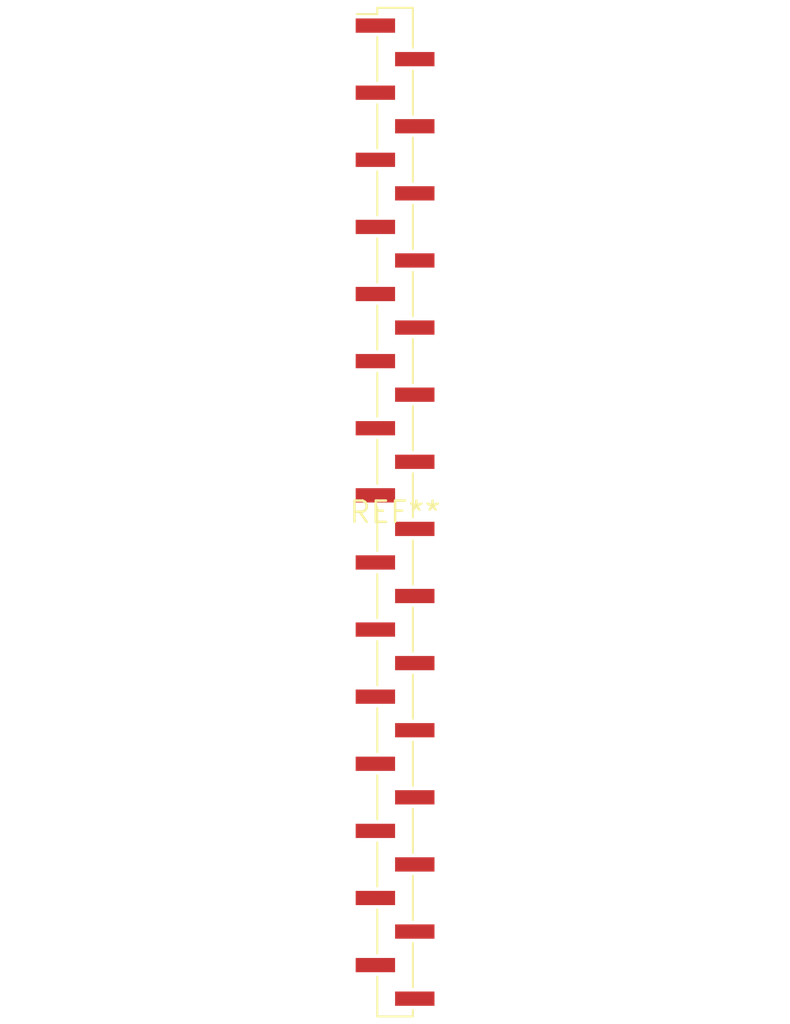
<source format=kicad_pcb>
(kicad_pcb (version 20240108) (generator pcbnew)
  (layers (0 "F.Cu" signal) (31 "B.Cu" signal) (34 "B.Paste" user) (35 "F.Paste" user) (36 "B.SilkS" user "B.Silkscreen") (37 "F.SilkS" user "F.Silkscreen") (38 "B.Mask" user) (39 "F.Mask" user) (44 "Edge.Cuts" user))
  (net 0 "")
  (footprint "PinHeader_1x30_P2.00mm_Vertical_SMD_Pin1Left" (layer "F.Cu") (at 0 0)
    (property "Reference" "REF**")
    (property "Value" "PinHeader_1x30_P2.00mm_Vertical_SMD_Pin1Left")
    (fp_line (start -1.06 -30.06) (end -1.06 -29.685) (layer "F.SilkS") (stroke (width 0.12)))
    (fp_line (start -1.06 -30.06) (end 1.06 -30.06) (layer "F.SilkS") (stroke (width 0.12)))
    (fp_line (start -1.06 -29.685) (end -2.29 -29.685) (layer "F.SilkS") (stroke (width 0.12)))
    (fp_line (start -1.06 -28.315) (end -1.06 -25.685) (layer "F.SilkS") (stroke (width 0.12)))
    (fp_line (start -1.06 -24.315) (end -1.06 -21.685) (layer "F.SilkS") (stroke (width 0.12)))
    (fp_line (start -1.06 -20.315) (end -1.06 -17.685) (layer "F.SilkS") (stroke (width 0.12)))
    (fp_line (start -1.06 -16.315) (end -1.06 -13.685) (layer "F.SilkS") (stroke (width 0.12)))
    (fp_line (start -1.06 -12.315) (end -1.06 -9.685) (layer "F.SilkS") (stroke (width 0.12)))
    (fp_line (start -1.06 -8.315) (end -1.06 -5.685) (layer "F.SilkS") (stroke (width 0.12)))
    (fp_line (start -1.06 -4.315) (end -1.06 -1.685) (layer "F.SilkS") (stroke (width 0.12)))
    (fp_line (start -1.06 -0.315) (end -1.06 2.315) (layer "F.SilkS") (stroke (width 0.12)))
    (fp_line (start -1.06 3.685) (end -1.06 6.315) (layer "F.SilkS") (stroke (width 0.12)))
    (fp_line (start -1.06 7.685) (end -1.06 10.315) (layer "F.SilkS") (stroke (width 0.12)))
    (fp_line (start -1.06 11.685) (end -1.06 14.315) (layer "F.SilkS") (stroke (width 0.12)))
    (fp_line (start -1.06 15.685) (end -1.06 18.315) (layer "F.SilkS") (stroke (width 0.12)))
    (fp_line (start -1.06 19.685) (end -1.06 22.315) (layer "F.SilkS") (stroke (width 0.12)))
    (fp_line (start -1.06 23.685) (end -1.06 26.315) (layer "F.SilkS") (stroke (width 0.12)))
    (fp_line (start -1.06 27.685) (end -1.06 30.06) (layer "F.SilkS") (stroke (width 0.12)))
    (fp_line (start -1.06 30.06) (end 1.06 30.06) (layer "F.SilkS") (stroke (width 0.12)))
    (fp_line (start 1.06 -30.06) (end 1.06 -27.685) (layer "F.SilkS") (stroke (width 0.12)))
    (fp_line (start 1.06 -26.315) (end 1.06 -23.685) (layer "F.SilkS") (stroke (width 0.12)))
    (fp_line (start 1.06 -22.315) (end 1.06 -19.685) (layer "F.SilkS") (stroke (width 0.12)))
    (fp_line (start 1.06 -18.315) (end 1.06 -15.685) (layer "F.SilkS") (stroke (width 0.12)))
    (fp_line (start 1.06 -14.315) (end 1.06 -11.685) (layer "F.SilkS") (stroke (width 0.12)))
    (fp_line (start 1.06 -10.315) (end 1.06 -7.685) (layer "F.SilkS") (stroke (width 0.12)))
    (fp_line (start 1.06 -6.315) (end 1.06 -3.685) (layer "F.SilkS") (stroke (width 0.12)))
    (fp_line (start 1.06 -2.315) (end 1.06 0.315) (layer "F.SilkS") (stroke (width 0.12)))
    (fp_line (start 1.06 1.685) (end 1.06 4.315) (layer "F.SilkS") (stroke (width 0.12)))
    (fp_line (start 1.06 5.685) (end 1.06 8.315) (layer "F.SilkS") (stroke (width 0.12)))
    (fp_line (start 1.06 9.685) (end 1.06 12.315) (layer "F.SilkS") (stroke (width 0.12)))
    (fp_line (start 1.06 13.685) (end 1.06 16.315) (layer "F.SilkS") (stroke (width 0.12)))
    (fp_line (start 1.06 17.685) (end 1.06 20.315) (layer "F.SilkS") (stroke (width 0.12)))
    (fp_line (start 1.06 21.685) (end 1.06 24.315) (layer "F.SilkS") (stroke (width 0.12)))
    (fp_line (start 1.06 25.685) (end 1.06 28.315) (layer "F.SilkS") (stroke (width 0.12)))
    (fp_line (start 1.06 29.685) (end 1.06 30.06) (layer "F.SilkS") (stroke (width 0.12)))
    (pad "1" smd rect (at -1.175 -29) (size 2.35 0.85) (layers "F.Cu" "F.Paste" "F.Mask"))
    (pad "2" smd rect (at 1.175 -27) (size 2.35 0.85) (layers "F.Cu" "F.Paste" "F.Mask"))
    (pad "3" smd rect (at -1.175 -25) (size 2.35 0.85) (layers "F.Cu" "F.Paste" "F.Mask"))
    (pad "4" smd rect (at 1.175 -23) (size 2.35 0.85) (layers "F.Cu" "F.Paste" "F.Mask"))
    (pad "5" smd rect (at -1.175 -21) (size 2.35 0.85) (layers "F.Cu" "F.Paste" "F.Mask"))
    (pad "6" smd rect (at 1.175 -19) (size 2.35 0.85) (layers "F.Cu" "F.Paste" "F.Mask"))
    (pad "7" smd rect (at -1.175 -17) (size 2.35 0.85) (layers "F.Cu" "F.Paste" "F.Mask"))
    (pad "8" smd rect (at 1.175 -15) (size 2.35 0.85) (layers "F.Cu" "F.Paste" "F.Mask"))
    (pad "9" smd rect (at -1.175 -13) (size 2.35 0.85) (layers "F.Cu" "F.Paste" "F.Mask"))
    (pad "10" smd rect (at 1.175 -11) (size 2.35 0.85) (layers "F.Cu" "F.Paste" "F.Mask"))
    (pad "11" smd rect (at -1.175 -9) (size 2.35 0.85) (layers "F.Cu" "F.Paste" "F.Mask"))
    (pad "12" smd rect (at 1.175 -7) (size 2.35 0.85) (layers "F.Cu" "F.Paste" "F.Mask"))
    (pad "13" smd rect (at -1.175 -5) (size 2.35 0.85) (layers "F.Cu" "F.Paste" "F.Mask"))
    (pad "14" smd rect (at 1.175 -3) (size 2.35 0.85) (layers "F.Cu" "F.Paste" "F.Mask"))
    (pad "15" smd rect (at -1.175 -1) (size 2.35 0.85) (layers "F.Cu" "F.Paste" "F.Mask"))
    (pad "16" smd rect (at 1.175 1) (size 2.35 0.85) (layers "F.Cu" "F.Paste" "F.Mask"))
    (pad "17" smd rect (at -1.175 3) (size 2.35 0.85) (layers "F.Cu" "F.Paste" "F.Mask"))
    (pad "18" smd rect (at 1.175 5) (size 2.35 0.85) (layers "F.Cu" "F.Paste" "F.Mask"))
    (pad "19" smd rect (at -1.175 7) (size 2.35 0.85) (layers "F.Cu" "F.Paste" "F.Mask"))
    (pad "20" smd rect (at 1.175 9) (size 2.35 0.85) (layers "F.Cu" "F.Paste" "F.Mask"))
    (pad "21" smd rect (at -1.175 11) (size 2.35 0.85) (layers "F.Cu" "F.Paste" "F.Mask"))
    (pad "22" smd rect (at 1.175 13) (size 2.35 0.85) (layers "F.Cu" "F.Paste" "F.Mask"))
    (pad "23" smd rect (at -1.175 15) (size 2.35 0.85) (layers "F.Cu" "F.Paste" "F.Mask"))
    (pad "24" smd rect (at 1.175 17) (size 2.35 0.85) (layers "F.Cu" "F.Paste" "F.Mask"))
    (pad "25" smd rect (at -1.175 19) (size 2.35 0.85) (layers "F.Cu" "F.Paste" "F.Mask"))
    (pad "26" smd rect (at 1.175 21) (size 2.35 0.85) (layers "F.Cu" "F.Paste" "F.Mask"))
    (pad "27" smd rect (at -1.175 23) (size 2.35 0.85) (layers "F.Cu" "F.Paste" "F.Mask"))
    (pad "28" smd rect (at 1.175 25) (size 2.35 0.85) (layers "F.Cu" "F.Paste" "F.Mask"))
    (pad "29" smd rect (at -1.175 27) (size 2.35 0.85) (layers "F.Cu" "F.Paste" "F.Mask"))
    (pad "30" smd rect (at 1.175 29) (size 2.35 0.85) (layers "F.Cu" "F.Paste" "F.Mask"))
  )
)
</source>
